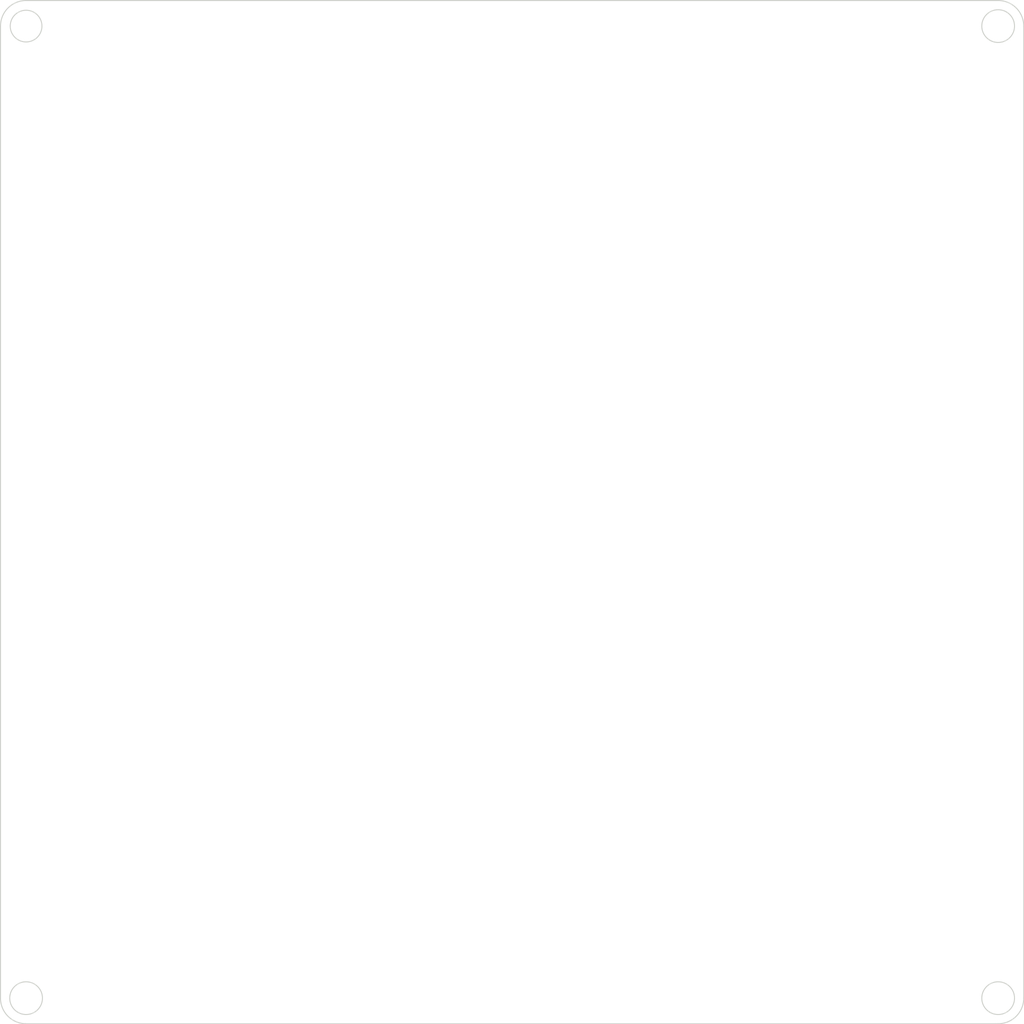
<source format=kicad_pcb>
(kicad_pcb (version 20171130) (host pcbnew 5.1.5+dfsg1-2build2)

  (general
    (thickness 1.6)
    (drawings 12)
    (tracks 0)
    (zones 0)
    (modules 0)
    (nets 1)
  )

  (page A4)
  (layers
    (0 F.Cu signal)
    (31 B.Cu signal)
    (32 B.Adhes user)
    (33 F.Adhes user)
    (34 B.Paste user)
    (35 F.Paste user)
    (36 B.SilkS user)
    (37 F.SilkS user)
    (38 B.Mask user)
    (39 F.Mask user)
    (40 Dwgs.User user)
    (41 Cmts.User user)
    (42 Eco1.User user)
    (43 Eco2.User user)
    (44 Edge.Cuts user)
    (45 Margin user)
    (46 B.CrtYd user)
    (47 F.CrtYd user)
    (48 B.Fab user)
    (49 F.Fab user)
  )

  (setup
    (last_trace_width 0.25)
    (user_trace_width 1)
    (trace_clearance 0.2)
    (zone_clearance 0.508)
    (zone_45_only no)
    (trace_min 0.2)
    (via_size 0.8)
    (via_drill 0.4)
    (via_min_size 0.4)
    (via_min_drill 0.3)
    (uvia_size 0.3)
    (uvia_drill 0.1)
    (uvias_allowed no)
    (uvia_min_size 0.2)
    (uvia_min_drill 0.1)
    (edge_width 0.1)
    (segment_width 0.2)
    (pcb_text_width 0.3)
    (pcb_text_size 1.5 1.5)
    (mod_edge_width 0.15)
    (mod_text_size 1 1)
    (mod_text_width 0.15)
    (pad_size 1.8 3)
    (pad_drill 0.9)
    (pad_to_mask_clearance 0)
    (aux_axis_origin 0 0)
    (visible_elements FFFFFF7F)
    (pcbplotparams
      (layerselection 0x3ffff_ffffffff)
      (usegerberextensions false)
      (usegerberattributes false)
      (usegerberadvancedattributes false)
      (creategerberjobfile false)
      (excludeedgelayer true)
      (linewidth 0.100000)
      (plotframeref false)
      (viasonmask false)
      (mode 1)
      (useauxorigin false)
      (hpglpennumber 1)
      (hpglpenspeed 20)
      (hpglpendiameter 15.000000)
      (psnegative false)
      (psa4output false)
      (plotreference true)
      (plotvalue true)
      (plotinvisibletext false)
      (padsonsilk false)
      (subtractmaskfromsilk false)
      (outputformat 1)
      (mirror false)
      (drillshape 0)
      (scaleselection 1)
      (outputdirectory "manufacturing/"))
  )

  (net 0 "")

  (net_class Default "This is the default net class."
    (clearance 0.2)
    (trace_width 0.25)
    (via_dia 0.8)
    (via_drill 0.4)
    (uvia_dia 0.3)
    (uvia_drill 0.1)
  )

  (gr_arc (start 147.5 52.5) (end 147.5 50) (angle 90) (layer Edge.Cuts) (width 0.1))
  (gr_arc (start 147.5 147.5) (end 150 147.5) (angle 90) (layer Edge.Cuts) (width 0.1))
  (gr_arc (start 52.5 147.5) (end 50 147.574) (angle -87.17581862) (layer Edge.Cuts) (width 0.1))
  (gr_arc (start 52.5 52.5) (end 52.5 50) (angle -90) (layer Edge.Cuts) (width 0.1))
  (gr_circle (center 52.5 147.5) (end 54.1 147.5) (layer Edge.Cuts) (width 0.1))
  (gr_circle (center 147.5 147.5) (end 149.1 147.5) (layer Edge.Cuts) (width 0.1))
  (gr_circle (center 147.5 52.5) (end 149.1 52.5) (layer Edge.Cuts) (width 0.1))
  (gr_circle (center 52.5 52.5) (end 54.05 52.5) (layer Edge.Cuts) (width 0.1))
  (gr_line (start 52.450732 150.00061) (end 147.5 150) (layer Edge.Cuts) (width 0.1) (tstamp 63BC745B))
  (gr_line (start 150 52.5) (end 150 147.5) (layer Edge.Cuts) (width 0.1))
  (gr_line (start 50 52.5) (end 50 147.574) (layer Edge.Cuts) (width 0.1))
  (gr_line (start 52.5 50) (end 147.5 50) (layer Edge.Cuts) (width 0.1))

)

</source>
